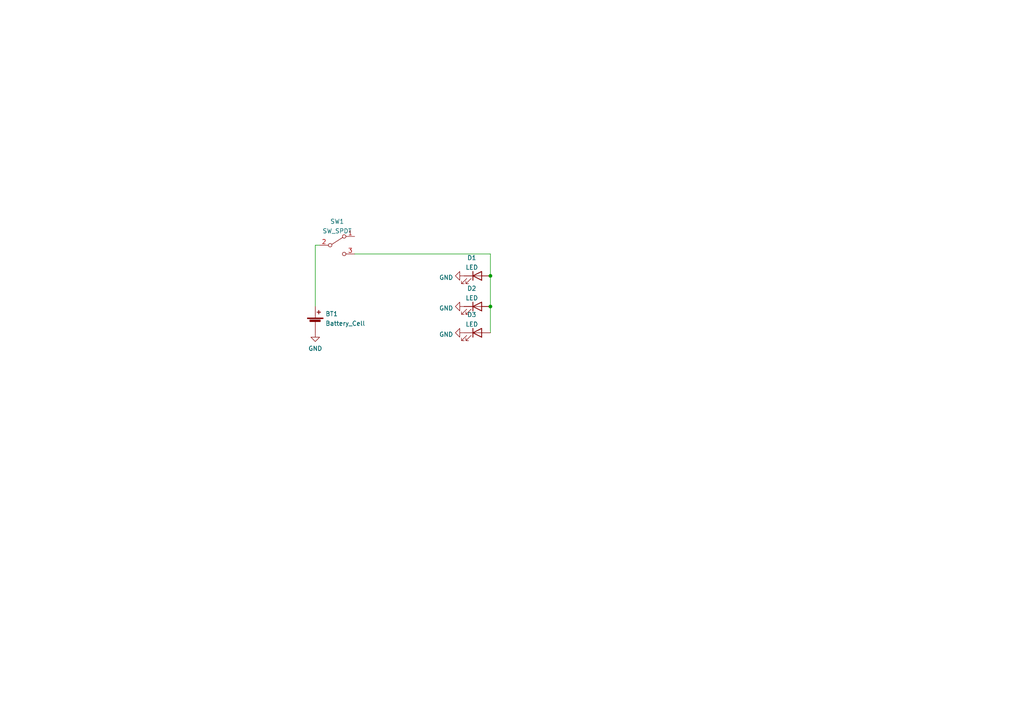
<source format=kicad_sch>
(kicad_sch (version 20211123) (generator eeschema)

  (uuid e63e39d7-6ac0-4ffd-8aa3-1841a4541b55)

  (paper "A4")

  (lib_symbols
    (symbol "Device:Battery_Cell" (pin_numbers hide) (pin_names (offset 0) hide) (in_bom yes) (on_board yes)
      (property "Reference" "BT" (id 0) (at 2.54 2.54 0)
        (effects (font (size 1.27 1.27)) (justify left))
      )
      (property "Value" "Battery_Cell" (id 1) (at 2.54 0 0)
        (effects (font (size 1.27 1.27)) (justify left))
      )
      (property "Footprint" "" (id 2) (at 0 1.524 90)
        (effects (font (size 1.27 1.27)) hide)
      )
      (property "Datasheet" "~" (id 3) (at 0 1.524 90)
        (effects (font (size 1.27 1.27)) hide)
      )
      (property "ki_keywords" "battery cell" (id 4) (at 0 0 0)
        (effects (font (size 1.27 1.27)) hide)
      )
      (property "ki_description" "Single-cell battery" (id 5) (at 0 0 0)
        (effects (font (size 1.27 1.27)) hide)
      )
      (symbol "Battery_Cell_0_1"
        (rectangle (start -2.286 1.778) (end 2.286 1.524)
          (stroke (width 0) (type default) (color 0 0 0 0))
          (fill (type outline))
        )
        (rectangle (start -1.5748 1.1938) (end 1.4732 0.6858)
          (stroke (width 0) (type default) (color 0 0 0 0))
          (fill (type outline))
        )
        (polyline
          (pts
            (xy 0 0.762)
            (xy 0 0)
          )
          (stroke (width 0) (type default) (color 0 0 0 0))
          (fill (type none))
        )
        (polyline
          (pts
            (xy 0 1.778)
            (xy 0 2.54)
          )
          (stroke (width 0) (type default) (color 0 0 0 0))
          (fill (type none))
        )
        (polyline
          (pts
            (xy 0.508 3.429)
            (xy 1.524 3.429)
          )
          (stroke (width 0.254) (type default) (color 0 0 0 0))
          (fill (type none))
        )
        (polyline
          (pts
            (xy 1.016 3.937)
            (xy 1.016 2.921)
          )
          (stroke (width 0.254) (type default) (color 0 0 0 0))
          (fill (type none))
        )
      )
      (symbol "Battery_Cell_1_1"
        (pin passive line (at 0 5.08 270) (length 2.54)
          (name "+" (effects (font (size 1.27 1.27))))
          (number "1" (effects (font (size 1.27 1.27))))
        )
        (pin passive line (at 0 -2.54 90) (length 2.54)
          (name "-" (effects (font (size 1.27 1.27))))
          (number "2" (effects (font (size 1.27 1.27))))
        )
      )
    )
    (symbol "Device:LED" (pin_numbers hide) (pin_names (offset 1.016) hide) (in_bom yes) (on_board yes)
      (property "Reference" "D" (id 0) (at 0 2.54 0)
        (effects (font (size 1.27 1.27)))
      )
      (property "Value" "LED" (id 1) (at 0 -2.54 0)
        (effects (font (size 1.27 1.27)))
      )
      (property "Footprint" "" (id 2) (at 0 0 0)
        (effects (font (size 1.27 1.27)) hide)
      )
      (property "Datasheet" "~" (id 3) (at 0 0 0)
        (effects (font (size 1.27 1.27)) hide)
      )
      (property "ki_keywords" "LED diode" (id 4) (at 0 0 0)
        (effects (font (size 1.27 1.27)) hide)
      )
      (property "ki_description" "Light emitting diode" (id 5) (at 0 0 0)
        (effects (font (size 1.27 1.27)) hide)
      )
      (property "ki_fp_filters" "LED* LED_SMD:* LED_THT:*" (id 6) (at 0 0 0)
        (effects (font (size 1.27 1.27)) hide)
      )
      (symbol "LED_0_1"
        (polyline
          (pts
            (xy -1.27 -1.27)
            (xy -1.27 1.27)
          )
          (stroke (width 0.254) (type default) (color 0 0 0 0))
          (fill (type none))
        )
        (polyline
          (pts
            (xy -1.27 0)
            (xy 1.27 0)
          )
          (stroke (width 0) (type default) (color 0 0 0 0))
          (fill (type none))
        )
        (polyline
          (pts
            (xy 1.27 -1.27)
            (xy 1.27 1.27)
            (xy -1.27 0)
            (xy 1.27 -1.27)
          )
          (stroke (width 0.254) (type default) (color 0 0 0 0))
          (fill (type none))
        )
        (polyline
          (pts
            (xy -3.048 -0.762)
            (xy -4.572 -2.286)
            (xy -3.81 -2.286)
            (xy -4.572 -2.286)
            (xy -4.572 -1.524)
          )
          (stroke (width 0) (type default) (color 0 0 0 0))
          (fill (type none))
        )
        (polyline
          (pts
            (xy -1.778 -0.762)
            (xy -3.302 -2.286)
            (xy -2.54 -2.286)
            (xy -3.302 -2.286)
            (xy -3.302 -1.524)
          )
          (stroke (width 0) (type default) (color 0 0 0 0))
          (fill (type none))
        )
      )
      (symbol "LED_1_1"
        (pin passive line (at -3.81 0 0) (length 2.54)
          (name "K" (effects (font (size 1.27 1.27))))
          (number "1" (effects (font (size 1.27 1.27))))
        )
        (pin passive line (at 3.81 0 180) (length 2.54)
          (name "A" (effects (font (size 1.27 1.27))))
          (number "2" (effects (font (size 1.27 1.27))))
        )
      )
    )
    (symbol "Switch:SW_SPDT" (pin_names (offset 0) hide) (in_bom yes) (on_board yes)
      (property "Reference" "SW" (id 0) (at 0 4.318 0)
        (effects (font (size 1.27 1.27)))
      )
      (property "Value" "SW_SPDT" (id 1) (at 0 -5.08 0)
        (effects (font (size 1.27 1.27)))
      )
      (property "Footprint" "" (id 2) (at 0 0 0)
        (effects (font (size 1.27 1.27)) hide)
      )
      (property "Datasheet" "~" (id 3) (at 0 0 0)
        (effects (font (size 1.27 1.27)) hide)
      )
      (property "ki_keywords" "switch single-pole double-throw spdt ON-ON" (id 4) (at 0 0 0)
        (effects (font (size 1.27 1.27)) hide)
      )
      (property "ki_description" "Switch, single pole double throw" (id 5) (at 0 0 0)
        (effects (font (size 1.27 1.27)) hide)
      )
      (symbol "SW_SPDT_0_0"
        (circle (center -2.032 0) (radius 0.508)
          (stroke (width 0) (type default) (color 0 0 0 0))
          (fill (type none))
        )
        (circle (center 2.032 -2.54) (radius 0.508)
          (stroke (width 0) (type default) (color 0 0 0 0))
          (fill (type none))
        )
      )
      (symbol "SW_SPDT_0_1"
        (polyline
          (pts
            (xy -1.524 0.254)
            (xy 1.651 2.286)
          )
          (stroke (width 0) (type default) (color 0 0 0 0))
          (fill (type none))
        )
        (circle (center 2.032 2.54) (radius 0.508)
          (stroke (width 0) (type default) (color 0 0 0 0))
          (fill (type none))
        )
      )
      (symbol "SW_SPDT_1_1"
        (pin passive line (at 5.08 2.54 180) (length 2.54)
          (name "A" (effects (font (size 1.27 1.27))))
          (number "1" (effects (font (size 1.27 1.27))))
        )
        (pin passive line (at -5.08 0 0) (length 2.54)
          (name "B" (effects (font (size 1.27 1.27))))
          (number "2" (effects (font (size 1.27 1.27))))
        )
        (pin passive line (at 5.08 -2.54 180) (length 2.54)
          (name "C" (effects (font (size 1.27 1.27))))
          (number "3" (effects (font (size 1.27 1.27))))
        )
      )
    )
    (symbol "power:GND" (power) (pin_names (offset 0)) (in_bom yes) (on_board yes)
      (property "Reference" "#PWR" (id 0) (at 0 -6.35 0)
        (effects (font (size 1.27 1.27)) hide)
      )
      (property "Value" "GND" (id 1) (at 0 -3.81 0)
        (effects (font (size 1.27 1.27)))
      )
      (property "Footprint" "" (id 2) (at 0 0 0)
        (effects (font (size 1.27 1.27)) hide)
      )
      (property "Datasheet" "" (id 3) (at 0 0 0)
        (effects (font (size 1.27 1.27)) hide)
      )
      (property "ki_keywords" "power-flag" (id 4) (at 0 0 0)
        (effects (font (size 1.27 1.27)) hide)
      )
      (property "ki_description" "Power symbol creates a global label with name \"GND\" , ground" (id 5) (at 0 0 0)
        (effects (font (size 1.27 1.27)) hide)
      )
      (symbol "GND_0_1"
        (polyline
          (pts
            (xy 0 0)
            (xy 0 -1.27)
            (xy 1.27 -1.27)
            (xy 0 -2.54)
            (xy -1.27 -1.27)
            (xy 0 -1.27)
          )
          (stroke (width 0) (type default) (color 0 0 0 0))
          (fill (type none))
        )
      )
      (symbol "GND_1_1"
        (pin power_in line (at 0 0 270) (length 0) hide
          (name "GND" (effects (font (size 1.27 1.27))))
          (number "1" (effects (font (size 1.27 1.27))))
        )
      )
    )
  )

  (junction (at 142.24 80.01) (diameter 0) (color 0 0 0 0)
    (uuid 32b25f66-826b-47bc-9f26-eae4a5f0a5bf)
  )
  (junction (at 142.24 88.9) (diameter 0) (color 0 0 0 0)
    (uuid 3d532bb5-150e-451b-823b-48e360f864e1)
  )

  (wire (pts (xy 142.24 73.66) (xy 142.24 80.01))
    (stroke (width 0) (type default) (color 0 0 0 0))
    (uuid 1257fa4c-2f92-4e07-b43d-826125b0853c)
  )
  (wire (pts (xy 142.24 80.01) (xy 142.24 88.9))
    (stroke (width 0) (type default) (color 0 0 0 0))
    (uuid 23a4b9ee-966e-47a6-b50c-dfc53ee72eff)
  )
  (wire (pts (xy 91.44 71.12) (xy 92.71 71.12))
    (stroke (width 0) (type default) (color 0 0 0 0))
    (uuid 35c609f9-352f-4c85-9d67-585c7489a901)
  )
  (wire (pts (xy 142.24 88.9) (xy 142.24 96.52))
    (stroke (width 0) (type default) (color 0 0 0 0))
    (uuid 423c70a5-efcb-4550-a031-a19504279ae1)
  )
  (wire (pts (xy 91.44 88.9) (xy 91.44 71.12))
    (stroke (width 0) (type default) (color 0 0 0 0))
    (uuid 5f23ccf3-ec1a-4dd1-8f0a-0430bcbee28b)
  )
  (wire (pts (xy 102.87 73.66) (xy 142.24 73.66))
    (stroke (width 0) (type default) (color 0 0 0 0))
    (uuid e9f6f543-7ec8-488b-9aca-e6a196514d16)
  )

  (symbol (lib_id "power:GND") (at 91.44 96.52 0) (unit 1)
    (in_bom yes) (on_board yes) (fields_autoplaced)
    (uuid 01ebb1b5-4c7a-4fd8-a863-f7885885459b)
    (property "Reference" "#PWR0101" (id 0) (at 91.44 102.87 0)
      (effects (font (size 1.27 1.27)) hide)
    )
    (property "Value" "GND" (id 1) (at 91.44 101.0825 0))
    (property "Footprint" "" (id 2) (at 91.44 96.52 0)
      (effects (font (size 1.27 1.27)) hide)
    )
    (property "Datasheet" "" (id 3) (at 91.44 96.52 0)
      (effects (font (size 1.27 1.27)) hide)
    )
    (pin "1" (uuid db478544-8060-43ca-9476-dd90d3bbcf11))
  )

  (symbol (lib_id "Device:LED") (at 138.43 96.52 0) (unit 1)
    (in_bom yes) (on_board yes) (fields_autoplaced)
    (uuid 08eed42f-b0b5-4dbc-8033-da3ce74644a6)
    (property "Reference" "D3" (id 0) (at 136.8425 91.2835 0))
    (property "Value" "LED" (id 1) (at 136.8425 94.0586 0))
    (property "Footprint" "BadgePiratesCommon:LED_Osram_Lx_P47F_D2mm_ReverseMount_MaskNoHole" (id 2) (at 138.43 96.52 0)
      (effects (font (size 1.27 1.27)) hide)
    )
    (property "Datasheet" "~" (id 3) (at 138.43 96.52 0)
      (effects (font (size 1.27 1.27)) hide)
    )
    (pin "1" (uuid 5b40dd14-548e-441a-8e60-aabed75d2537))
    (pin "2" (uuid b3956231-dfd8-4fed-845c-2e002f76a53d))
  )

  (symbol (lib_id "Device:LED") (at 138.43 80.01 0) (unit 1)
    (in_bom yes) (on_board yes) (fields_autoplaced)
    (uuid 0e86af0a-1fe7-477d-99bc-1729cff58217)
    (property "Reference" "D1" (id 0) (at 136.8425 74.7735 0))
    (property "Value" "LED" (id 1) (at 136.8425 77.5486 0))
    (property "Footprint" "BadgePiratesCommon:LED_Osram_Lx_P47F_D2mm_ReverseMount_MaskNoHole" (id 2) (at 138.43 80.01 0)
      (effects (font (size 1.27 1.27)) hide)
    )
    (property "Datasheet" "~" (id 3) (at 138.43 80.01 0)
      (effects (font (size 1.27 1.27)) hide)
    )
    (pin "1" (uuid cec5c91b-0f2e-497a-af3e-a5a152b16bf2))
    (pin "2" (uuid 659c7120-8885-4090-b510-a594ad335b4b))
  )

  (symbol (lib_id "power:GND") (at 134.62 88.9 270) (unit 1)
    (in_bom yes) (on_board yes) (fields_autoplaced)
    (uuid 2d3a589c-c2b8-4dff-9238-958da85b4e75)
    (property "Reference" "#PWR0103" (id 0) (at 128.27 88.9 0)
      (effects (font (size 1.27 1.27)) hide)
    )
    (property "Value" "GND" (id 1) (at 131.4451 89.379 90)
      (effects (font (size 1.27 1.27)) (justify right))
    )
    (property "Footprint" "" (id 2) (at 134.62 88.9 0)
      (effects (font (size 1.27 1.27)) hide)
    )
    (property "Datasheet" "" (id 3) (at 134.62 88.9 0)
      (effects (font (size 1.27 1.27)) hide)
    )
    (pin "1" (uuid 9263df24-69fd-45fc-9e8d-b293885eda2d))
  )

  (symbol (lib_id "power:GND") (at 134.62 96.52 270) (unit 1)
    (in_bom yes) (on_board yes) (fields_autoplaced)
    (uuid 63b68ece-0a85-4af3-bc33-a171573f16ef)
    (property "Reference" "#PWR0102" (id 0) (at 128.27 96.52 0)
      (effects (font (size 1.27 1.27)) hide)
    )
    (property "Value" "GND" (id 1) (at 131.4451 96.999 90)
      (effects (font (size 1.27 1.27)) (justify right))
    )
    (property "Footprint" "" (id 2) (at 134.62 96.52 0)
      (effects (font (size 1.27 1.27)) hide)
    )
    (property "Datasheet" "" (id 3) (at 134.62 96.52 0)
      (effects (font (size 1.27 1.27)) hide)
    )
    (pin "1" (uuid b79751db-82d2-4b46-8a14-0e570e576868))
  )

  (symbol (lib_id "Device:LED") (at 138.43 88.9 0) (unit 1)
    (in_bom yes) (on_board yes) (fields_autoplaced)
    (uuid 7d7c0909-b3f4-402e-a872-2a12bf0901e1)
    (property "Reference" "D2" (id 0) (at 136.8425 83.6635 0))
    (property "Value" "LED" (id 1) (at 136.8425 86.4386 0))
    (property "Footprint" "BadgePiratesCommon:LED_Osram_Lx_P47F_D2mm_ReverseMount_MaskNoHole" (id 2) (at 138.43 88.9 0)
      (effects (font (size 1.27 1.27)) hide)
    )
    (property "Datasheet" "~" (id 3) (at 138.43 88.9 0)
      (effects (font (size 1.27 1.27)) hide)
    )
    (pin "1" (uuid 57d2206c-a4ba-4c98-97c6-a583fecd3e2d))
    (pin "2" (uuid 463ef955-df04-4e3f-a3b0-531d202b4f5e))
  )

  (symbol (lib_id "Switch:SW_SPDT") (at 97.79 71.12 0) (unit 1)
    (in_bom yes) (on_board yes) (fields_autoplaced)
    (uuid c88340d4-f51e-4560-b5d7-7144fb4e8a04)
    (property "Reference" "SW1" (id 0) (at 97.79 64.2325 0))
    (property "Value" "SW_SPDT" (id 1) (at 97.79 67.0076 0))
    (property "Footprint" "BadgePiratesCommon:SW_SPDT_PCM12" (id 2) (at 97.79 71.12 0)
      (effects (font (size 1.27 1.27)) hide)
    )
    (property "Datasheet" "~" (id 3) (at 97.79 71.12 0)
      (effects (font (size 1.27 1.27)) hide)
    )
    (pin "1" (uuid 825ca21e-b6a1-4e84-a612-f8e2fae8ac04))
    (pin "2" (uuid f8db64f8-1695-46e3-9667-49f16b5c734b))
    (pin "3" (uuid 895d5ca3-0e9a-421e-88ea-3017edd2db62))
  )

  (symbol (lib_id "power:GND") (at 134.62 80.01 270) (unit 1)
    (in_bom yes) (on_board yes) (fields_autoplaced)
    (uuid d38266dc-19e4-4895-be99-9560c83a8de1)
    (property "Reference" "#PWR0104" (id 0) (at 128.27 80.01 0)
      (effects (font (size 1.27 1.27)) hide)
    )
    (property "Value" "GND" (id 1) (at 131.4451 80.489 90)
      (effects (font (size 1.27 1.27)) (justify right))
    )
    (property "Footprint" "" (id 2) (at 134.62 80.01 0)
      (effects (font (size 1.27 1.27)) hide)
    )
    (property "Datasheet" "" (id 3) (at 134.62 80.01 0)
      (effects (font (size 1.27 1.27)) hide)
    )
    (pin "1" (uuid d65f76af-8e84-4b5e-9fbb-4a7b421bb733))
  )

  (symbol (lib_id "Device:Battery_Cell") (at 91.44 93.98 0) (unit 1)
    (in_bom yes) (on_board yes) (fields_autoplaced)
    (uuid e857610b-4434-4144-b04e-43c1ebdc5ceb)
    (property "Reference" "BT1" (id 0) (at 94.361 91.0395 0)
      (effects (font (size 1.27 1.27)) (justify left))
    )
    (property "Value" "Battery_Cell" (id 1) (at 94.361 93.8146 0)
      (effects (font (size 1.27 1.27)) (justify left))
    )
    (property "Footprint" "BadgePiratesCommon:BatteryHolder_MPD_BC2003_1x2032" (id 2) (at 91.44 92.456 90)
      (effects (font (size 1.27 1.27)) hide)
    )
    (property "Datasheet" "~" (id 3) (at 91.44 92.456 90)
      (effects (font (size 1.27 1.27)) hide)
    )
    (pin "1" (uuid 1bf544e3-5940-4576-9291-2464e95c0ee2))
    (pin "2" (uuid 3aaee4c4-dbf7-49a5-a620-9465d8cc3ae7))
  )

  (sheet_instances
    (path "/" (page "1"))
  )

  (symbol_instances
    (path "/01ebb1b5-4c7a-4fd8-a863-f7885885459b"
      (reference "#PWR0101") (unit 1) (value "GND") (footprint "")
    )
    (path "/63b68ece-0a85-4af3-bc33-a171573f16ef"
      (reference "#PWR0102") (unit 1) (value "GND") (footprint "")
    )
    (path "/2d3a589c-c2b8-4dff-9238-958da85b4e75"
      (reference "#PWR0103") (unit 1) (value "GND") (footprint "")
    )
    (path "/d38266dc-19e4-4895-be99-9560c83a8de1"
      (reference "#PWR0104") (unit 1) (value "GND") (footprint "")
    )
    (path "/e857610b-4434-4144-b04e-43c1ebdc5ceb"
      (reference "BT1") (unit 1) (value "Battery_Cell") (footprint "BadgePiratesCommon:BatteryHolder_MPD_BC2003_1x2032")
    )
    (path "/0e86af0a-1fe7-477d-99bc-1729cff58217"
      (reference "D1") (unit 1) (value "LED") (footprint "BadgePiratesCommon:LED_Osram_Lx_P47F_D2mm_ReverseMount_MaskNoHole")
    )
    (path "/7d7c0909-b3f4-402e-a872-2a12bf0901e1"
      (reference "D2") (unit 1) (value "LED") (footprint "BadgePiratesCommon:LED_Osram_Lx_P47F_D2mm_ReverseMount_MaskNoHole")
    )
    (path "/08eed42f-b0b5-4dbc-8033-da3ce74644a6"
      (reference "D3") (unit 1) (value "LED") (footprint "BadgePiratesCommon:LED_Osram_Lx_P47F_D2mm_ReverseMount_MaskNoHole")
    )
    (path "/c88340d4-f51e-4560-b5d7-7144fb4e8a04"
      (reference "SW1") (unit 1) (value "SW_SPDT") (footprint "BadgePiratesCommon:SW_SPDT_PCM12")
    )
  )
)

</source>
